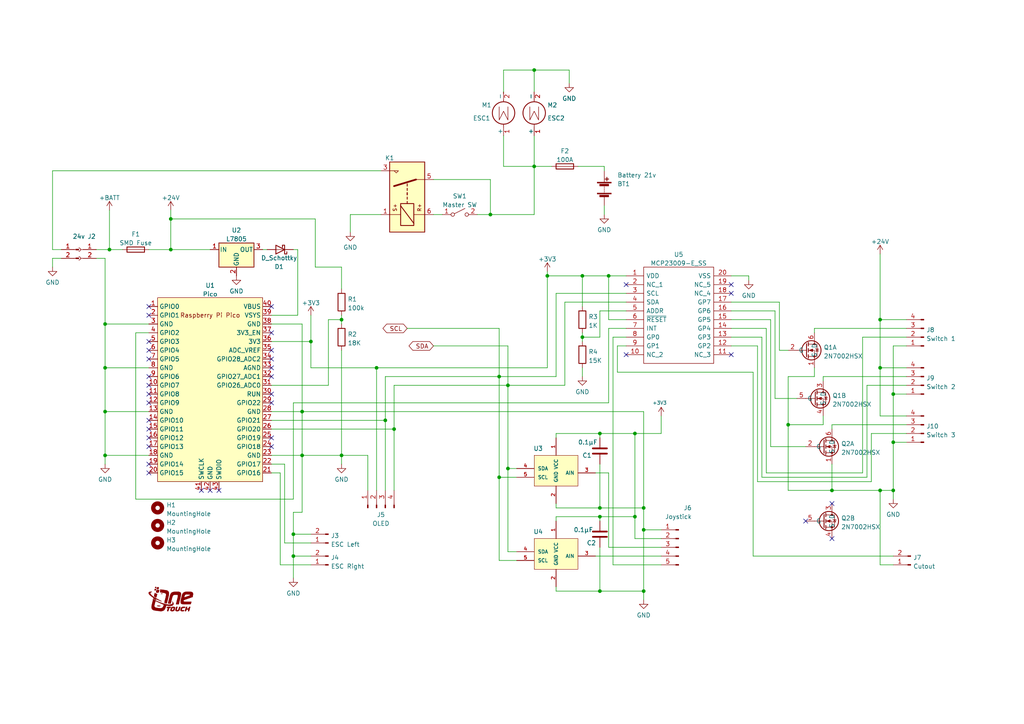
<source format=kicad_sch>
(kicad_sch (version 20211123) (generator eeschema)
  (paper "A4")
  (lib_symbols
    (symbol "2N7002HSX_1"
      (property "Reference" "Q" (at 5.08 1.905 0))
      (property "Value" "2N7002HSX_1" (at 5.08 5.08 0))
      (symbol "2N7002HSX_1_1_1"
        (pin passive line (at 2.54 -5.08 90) (length 2.54) (name "S") (number "1"))
        (pin input line (at -5.08 0 0) (length 2.54) (name "G") (number "2"))
        (pin passive line (at 2.54 5.08 270) (length 2.54) (name "D") (number "6"))
      )
      (symbol "2N7002HSX_1_2_1"
        (pin passive line (at 2.54 5.08 270) (length 2.54) (name "D") (number "3"))
        (pin passive line (at 2.54 -5.08 90) (length 2.54) (name "S") (number "4"))
        (pin input line (at -5.08 0 0) (length 2.54) (name "G") (number "5"))
      )
    )
    (symbol "2N7002HSX_2"
      (property "Reference" "Q" (at 5.08 1.905 0))
      (property "Value" "2N7002HSX_2" (at 5.08 5.08 0))
      (symbol "2N7002HSX_2_1_1"
        (pin passive line (at 2.54 -5.08 90) (length 2.54) (name "S") (number "1"))
        (pin input line (at -5.08 0 0) (length 2.54) (name "G") (number "2"))
        (pin passive line (at 2.54 5.08 270) (length 2.54) (name "D") (number "6"))
      )
      (symbol "2N7002HSX_2_2_1"
        (pin passive line (at 2.54 5.08 270) (length 2.54) (name "D") (number "3"))
        (pin passive line (at 2.54 -5.08 90) (length 2.54) (name "S") (number "4"))
        (pin input line (at -5.08 0 0) (length 2.54) (name "G") (number "5"))
      )
    )
    (symbol "Connector:Conn_01x02_Female" (pin_names (offset 1.016) hide)
      (property "Reference" "J" (at 0 2.54 0))
      (property "Value" "Conn_01x02_Female" (at 0 -5.08 0))
      (symbol "Conn_01x02_Female_1_1"
        (pin power_in line (at -5.08 0 0) (length 3.81) (name "Pin_1") (number "1"))
        (pin power_in line (at -5.08 -2.54 0) (length 3.81) (name "Pin_2") (number "2"))
      )
    )
    (symbol "Connector:Conn_01x02_Male" (pin_names (offset 1.016) hide)
      (property "Reference" "J" (at 0 2.54 0))
      (property "Value" "Conn_01x02_Male" (at 0 -5.08 0))
      (symbol "Conn_01x02_Male_1_1"
        (pin passive line (at 5.08 0 180) (length 3.81) (name "Pin_1") (number "1"))
        (pin passive line (at 5.08 -2.54 180) (length 3.81) (name "Pin_2") (number "2"))
      )
    )
    (symbol "Connector:Conn_01x04_Male" (pin_names (offset 1.016) hide)
      (property "Reference" "J" (at 0 5.08 0))
      (property "Value" "Conn_01x04_Male" (at 0 -7.62 0))
      (symbol "Conn_01x04_Male_1_1"
        (pin passive line (at 5.08 2.54 180) (length 3.81) (name "Pin_1") (number "1"))
        (pin passive line (at 5.08 0 180) (length 3.81) (name "Pin_2") (number "2"))
        (pin passive line (at 5.08 -2.54 180) (length 3.81) (name "Pin_3") (number "3"))
        (pin passive line (at 5.08 -5.08 180) (length 3.81) (name "Pin_4") (number "4"))
      )
    )
    (symbol "Connector:Conn_01x05_Male" (pin_names (offset 1.016) hide)
      (property "Reference" "J" (at 0 7.62 0))
      (property "Value" "Conn_01x05_Male" (at 0 -7.62 0))
      (symbol "Conn_01x05_Male_1_1"
        (pin passive line (at 5.08 5.08 180) (length 3.81) (name "Pin_1") (number "1"))
        (pin passive line (at 5.08 2.54 180) (length 3.81) (name "Pin_2") (number "2"))
        (pin passive line (at 5.08 0 180) (length 3.81) (name "Pin_3") (number "3"))
        (pin passive line (at 5.08 -2.54 180) (length 3.81) (name "Pin_4") (number "4"))
        (pin passive line (at 5.08 -5.08 180) (length 3.81) (name "Pin_5") (number "5"))
      )
    )
    (symbol "Device:Battery" (pin_numbers hide) (pin_names (offset 0) hide)
      (property "Reference" "BT" (at 2.54 2.54 0))
      (property "Value" "Battery" (at 2.54 0 0))
      (symbol "Battery_1_1"
        (pin passive line (at 0 5.08 270) (length 2.54) (name "+") (number "1"))
        (pin passive line (at 0 -5.08 90) (length 2.54) (name "-") (number "2"))
      )
    )
    (symbol "Device:C" (pin_numbers hide) (pin_names (offset 0.254))
      (property "Reference" "C" (at 0.635 2.54 0))
      (property "Value" "C" (at 0.635 -2.54 0))
      (symbol "C_1_1"
        (pin passive line (at 0 3.81 270) (length 2.794) (name "~") (number "1"))
        (pin passive line (at 0 -3.81 90) (length 2.794) (name "~") (number "2"))
      )
    )
    (symbol "Device:D_Schottky" (pin_numbers hide) (pin_names (offset 1.016) hide)
      (property "Reference" "D" (at 0 2.54 0))
      (property "Value" "D_Schottky" (at 0 -2.54 0))
      (symbol "D_Schottky_1_1"
        (pin power_out line (at -3.81 0 0) (length 2.54) (name "K") (number "1"))
        (pin passive line (at 3.81 0 180) (length 2.54) (name "A") (number "2"))
      )
    )
    (symbol "Device:Fuse" (pin_numbers hide) (pin_names (offset 0))
      (property "Reference" "F" (at 2.032 0 90))
      (property "Value" "Fuse" (at -1.905 0 90))
      (symbol "Fuse_1_1"
        (pin passive line (at 0 3.81 270) (length 1.27) (name "~") (number "1"))
        (pin passive line (at 0 -3.81 90) (length 1.27) (name "~") (number "2"))
      )
    )
    (symbol "Device:R" (pin_numbers hide) (pin_names (offset 0))
      (property "Reference" "R" (at 2.032 0 90))
      (property "Value" "R" (at 0 0 90))
      (symbol "R_1_1"
        (pin passive line (at 0 3.81 270) (length 1.27) (name "~") (number "1"))
        (pin passive line (at 0 -3.81 90) (length 1.27) (name "~") (number "2"))
      )
    )
    (symbol "GND_1" (power) (pin_names (offset 0))
      (property "Value" "GND_1" (at 0 -4.4434 0))
      (symbol "GND_1_1_1"
        (pin power_out line (at 0 0 270) (length 0) hide (name "GND") (number "1"))
      )
    )
    (symbol "MCP23009-E_SS:MCP23009-E_SS" (pin_names (offset 0.762))
      (property "Reference" "IC" (at 26.67 7.62 0))
      (property "Value" "MCP23009-E_SS" (at 26.67 5.08 0))
      (symbol "MCP23009-E_SS_0_0"
        (pin passive line (at 0 0 0) (length 5.08) (name "VDD") (number "1"))
        (pin passive line (at 0 -22.86 0) (length 5.08) (name "NC_2") (number "10"))
        (pin passive line (at 30.48 -22.86 180) (length 5.08) (name "NC_3") (number "11"))
        (pin passive line (at 30.48 -20.32 180) (length 5.08) (name "GP2") (number "12"))
        (pin passive line (at 30.48 -17.78 180) (length 5.08) (name "GP3") (number "13"))
        (pin passive line (at 30.48 -15.24 180) (length 5.08) (name "GP4") (number "14"))
        (pin passive line (at 30.48 -12.7 180) (length 5.08) (name "GP5") (number "15"))
        (pin passive line (at 30.48 -10.16 180) (length 5.08) (name "GP6") (number "16"))
        (pin passive line (at 30.48 -7.62 180) (length 5.08) (name "GP7") (number "17"))
        (pin passive line (at 30.48 -5.08 180) (length 5.08) (name "NC_4") (number "18"))
        (pin passive line (at 30.48 -2.54 180) (length 5.08) (name "NC_5") (number "19"))
        (pin passive line (at 0 -2.54 0) (length 5.08) (name "NC_1") (number "2"))
        (pin passive line (at 30.48 0 180) (length 5.08) (name "VSS") (number "20"))
        (pin passive line (at 0 -5.08 0) (length 5.08) (name "SCL") (number "3"))
        (pin passive line (at 0 -7.62 0) (length 5.08) (name "SDA") (number "4"))
        (pin passive line (at 0 -10.16 0) (length 5.08) (name "ADDR") (number "5"))
        (pin passive line (at 0 -12.7 0) (length 5.08) (name "~{RESET}") (number "6"))
        (pin passive line (at 0 -15.24 0) (length 5.08) (name "INT") (number "7"))
        (pin passive line (at 0 -17.78 0) (length 5.08) (name "GP0") (number "8"))
        (pin passive line (at 0 -20.32 0) (length 5.08) (name "GP1") (number "9"))
      )
    )
    (symbol "MCP3021:MCP3021" (pin_names (offset 1.016))
      (symbol "MCP3021_0_0"
        (pin power_in line (at -6.35 8.89 270) (length 5.08) (name "VCC") (number "1"))
        (pin power_in line (at -6.35 -10.16 90) (length 5.08) (name "GND") (number "2"))
        (pin input line (at -17.78 -1.27 0) (length 5.08) (name "AIN") (number "3"))
        (pin bidirectional line (at 5.08 0 180) (length 5.08) (name "SDA") (number "4"))
        (pin bidirectional line (at 5.08 -2.54 180) (length 5.08) (name "SCL") (number "5"))
      )
    )
    (symbol "MCP3021_1" (pin_names (offset 1.016))
      (symbol "MCP3021_1_0_0"
        (pin power_in line (at -6.35 8.89 270) (length 5.08) (name "VCC") (number "1"))
        (pin power_in line (at -6.35 -10.16 90) (length 5.08) (name "GND") (number "2"))
        (pin input line (at -17.78 -1.27 0) (length 5.08) (name "AIN") (number "3"))
        (pin bidirectional line (at 5.08 0 180) (length 5.08) (name "SDA") (number "4"))
        (pin bidirectional line (at 5.08 -2.54 180) (length 5.08) (name "SCL") (number "5"))
      )
    )
    (symbol "MCU_RaspberryPi_and_Boards:Pico"
      (property "Reference" "U" (at -13.97 27.94 0))
      (property "Value" "Pico" (at 0 19.05 0))
      (symbol "Pico_0_0"
        (text "Raspberry Pi Pico" (at 0 21.59 0) (effects (font (size 1.27 1.27))))
      )
      (symbol "Pico_1_1"
        (pin bidirectional line (at -17.78 24.13 0) (length 2.54) (name "GPIO0") (number "1"))
        (pin bidirectional line (at -17.78 1.27 0) (length 2.54) (name "GPIO7") (number "10"))
        (pin bidirectional line (at -17.78 -1.27 0) (length 2.54) (name "GPIO8") (number "11"))
        (pin bidirectional line (at -17.78 -3.81 0) (length 2.54) (name "GPIO9") (number "12"))
        (pin power_in line (at -17.78 -6.35 0) (length 2.54) (name "GND") (number "13"))
        (pin bidirectional line (at -17.78 -8.89 0) (length 2.54) (name "GPIO10") (number "14"))
        (pin bidirectional line (at -17.78 -11.43 0) (length 2.54) (name "GPIO11") (number "15"))
        (pin bidirectional line (at -17.78 -13.97 0) (length 2.54) (name "GPIO12") (number "16"))
        (pin bidirectional line (at -17.78 -16.51 0) (length 2.54) (name "GPIO13") (number "17"))
        (pin power_in line (at -17.78 -19.05 0) (length 2.54) (name "GND") (number "18"))
        (pin bidirectional line (at -17.78 -21.59 0) (length 2.54) (name "GPIO14") (number "19"))
        (pin bidirectional line (at -17.78 21.59 0) (length 2.54) (name "GPIO1") (number "2"))
        (pin bidirectional line (at -17.78 -24.13 0) (length 2.54) (name "GPIO15") (number "20"))
        (pin bidirectional line (at 17.78 -24.13 180) (length 2.54) (name "GPIO16") (number "21"))
        (pin bidirectional line (at 17.78 -21.59 180) (length 2.54) (name "GPIO17") (number "22"))
        (pin power_in line (at 17.78 -19.05 180) (length 2.54) (name "GND") (number "23"))
        (pin bidirectional line (at 17.78 -16.51 180) (length 2.54) (name "GPIO18") (number "24"))
        (pin bidirectional line (at 17.78 -13.97 180) (length 2.54) (name "GPIO19") (number "25"))
        (pin bidirectional line (at 17.78 -11.43 180) (length 2.54) (name "GPIO20") (number "26"))
        (pin bidirectional line (at 17.78 -8.89 180) (length 2.54) (name "GPIO21") (number "27"))
        (pin power_in line (at 17.78 -6.35 180) (length 2.54) (name "GND") (number "28"))
        (pin bidirectional line (at 17.78 -3.81 180) (length 2.54) (name "GPIO22") (number "29"))
        (pin power_in line (at -17.78 19.05 0) (length 2.54) (name "GND") (number "3"))
        (pin input line (at 17.78 -1.27 180) (length 2.54) (name "RUN") (number "30"))
        (pin bidirectional line (at 17.78 1.27 180) (length 2.54) (name "GPIO26_ADC0") (number "31"))
        (pin bidirectional line (at 17.78 3.81 180) (length 2.54) (name "GPIO27_ADC1") (number "32"))
        (pin power_in line (at 17.78 6.35 180) (length 2.54) (name "AGND") (number "33"))
        (pin bidirectional line (at 17.78 8.89 180) (length 2.54) (name "GPIO28_ADC2") (number "34"))
        (pin power_in line (at 17.78 11.43 180) (length 2.54) (name "ADC_VREF") (number "35"))
        (pin power_out line (at 17.78 13.97 180) (length 2.54) (name "3V3") (number "36"))
        (pin input line (at 17.78 16.51 180) (length 2.54) (name "3V3_EN") (number "37"))
        (pin bidirectional line (at 17.78 19.05 180) (length 2.54) (name "GND") (number "38"))
        (pin power_in line (at 17.78 21.59 180) (length 2.54) (name "VSYS") (number "39"))
        (pin bidirectional line (at -17.78 16.51 0) (length 2.54) (name "GPIO2") (number "4"))
        (pin power_in line (at 17.78 24.13 180) (length 2.54) (name "VBUS") (number "40"))
        (pin input line (at -2.54 -29.21 90) (length 2.54) (name "SWCLK") (number "41"))
        (pin power_in line (at 0 -29.21 90) (length 2.54) (name "GND") (number "42"))
        (pin bidirectional line (at 2.54 -29.21 90) (length 2.54) (name "SWDIO") (number "43"))
        (pin bidirectional line (at -17.78 13.97 0) (length 2.54) (name "GPIO3") (number "5"))
        (pin bidirectional line (at -17.78 11.43 0) (length 2.54) (name "GPIO4") (number "6"))
        (pin bidirectional line (at -17.78 8.89 0) (length 2.54) (name "GPIO5") (number "7"))
        (pin power_in line (at -17.78 6.35 0) (length 2.54) (name "GND") (number "8"))
        (pin bidirectional line (at -17.78 3.81 0) (length 2.54) (name "GPIO6") (number "9"))
      )
    )
    (symbol "Mechanical:MountingHole" (pin_names (offset 1.016))
      (property "Reference" "H" (at 0 5.08 0))
      (property "Value" "MountingHole" (at 0 3.175 0))
    )
    (symbol "Motor:Motor_DC" (pin_names (offset 0))
      (property "Reference" "M" (at 2.54 2.54 0))
      (property "Value" "Motor_DC" (at 2.54 -5.08 0))
      (symbol "Motor_DC_1_1"
        (pin passive line (at 0 5.08 270) (length 2.54) (name "+") (number "1"))
        (pin passive line (at 0 -7.62 90) (length 2.54) (name "-") (number "2"))
      )
    )
    (symbol "Regulator_Linear:L7805" (pin_names (offset 0.254))
      (property "Reference" "U" (at -3.81 3.175 0))
      (property "Value" "L7805" (at 0 3.175 0))
      (symbol "L7805_1_1"
        (pin power_in line (at -7.62 0 0) (length 2.54) (name "IN") (number "1"))
        (pin power_in line (at 0 -7.62 90) (length 2.54) (name "GND") (number "2"))
        (pin power_out line (at 7.62 0 180) (length 2.54) (name "OUT") (number "3"))
      )
    )
    (symbol "Relay:ADW11"
      (property "Reference" "K" (at 11.43 3.81 0))
      (property "Value" "ADW11" (at 13.97 1.27 0))
      (symbol "ADW11_1_1"
        (text "R+" (at -3.048 -3.556 0) (effects (font (size 1.016 1.016))))
        (text "S+" (at -3.048 3.556 0) (effects (font (size 1.016 1.016))))
        (pin passive line (at -5.08 7.62 270) (length 2.54) (name "~") (number "1"))
        (pin power_out line (at 7.62 7.62 270) (length 2.54) (name "~") (number "3"))
        (pin passive line (at 5.08 -7.62 90) (length 2.54) (name "~") (number "5"))
        (pin passive line (at -5.08 -7.62 90) (length 2.54) (name "~") (number "6"))
      )
    )
    (symbol "Switch:SW_SPST" (pin_names (offset 0) hide)
      (property "Reference" "SW" (at 0 3.175 0))
      (property "Value" "SW_SPST" (at 0 -2.54 0))
      (symbol "SW_SPST_1_1"
        (pin passive line (at -5.08 0 0) (length 2.54) (name "A") (number "1"))
        (pin passive line (at 5.08 0 180) (length 2.54) (name "B") (number "2"))
      )
    )
    (symbol "Transistor_FET:2N7002HSX"
      (property "Reference" "Q" (at 5.08 1.905 0))
      (property "Value" "2N7002HSX" (at 5.08 5.08 0))
      (symbol "2N7002HSX_1_1"
        (pin passive line (at 2.54 -5.08 90) (length 2.54) (name "S") (number "1"))
        (pin input line (at -5.08 0 0) (length 2.54) (name "G") (number "2"))
        (pin passive line (at 2.54 5.08 270) (length 2.54) (name "D") (number "6"))
      )
      (symbol "2N7002HSX_2_1"
        (pin passive line (at 2.54 5.08 270) (length 2.54) (name "D") (number "3"))
        (pin passive line (at 2.54 -5.08 90) (length 2.54) (name "S") (number "4"))
        (pin input line (at -5.08 0 0) (length 2.54) (name "G") (number "5"))
      )
    )
    (symbol "onetouchlogo:LOGO" (pin_names (offset 1.016)))
    (symbol "power:+24V" (power) (pin_names (offset 0))
      (property "Value" "+24V" (at 0 3.556 0))
      (symbol "+24V_1_1"
        (pin power_in line (at 0 0 90) (length 0) hide (name "+24V") (number "1"))
      )
    )
    (symbol "power:+3V3" (power) (pin_names (offset 0))
      (property "Value" "+3V3" (at 0 3.556 0))
      (symbol "+3V3_1_1"
        (pin power_in line (at 0 0 90) (length 0) hide (name "+3V3") (number "1"))
      )
    )
    (symbol "power:+BATT" (power) (pin_names (offset 0))
      (property "Value" "+BATT" (at 0 3.556 0))
      (symbol "+BATT_1_1"
        (pin power_in line (at 0 0 90) (length 0) hide (name "+BATT") (number "1"))
      )
    )
    (symbol "power:GND" (power) (pin_names (offset 0))
      (property "Value" "GND" (at 0 -3.81 0))
      (symbol "GND_1_1"
        (pin power_in line (at 0 0 270) (length 0) hide (name "GND") (number "1"))
      )
    )
  )
  (junction (at 168.91 97.79))
  (junction (at 114.3 124.46))
  (junction (at 173.99 147.32))
  (junction (at 111.76 121.92))
  (junction (at 85.09 154.94))
  (junction (at 259.08 142.24))
  (junction (at 109.22 106.68))
  (junction (at 49.53 72.39))
  (junction (at 30.48 119.38))
  (junction (at 241.3 142.24))
  (junction (at 158.75 80.01))
  (junction (at 173.99 171.45))
  (junction (at 173.99 125.73))
  (junction (at 154.94 48.26))
  (junction (at 87.63 132.08))
  (junction (at 85.09 161.29))
  (junction (at 31.75 72.39))
  (junction (at 147.32 135.89))
  (junction (at 99.06 92.71))
  (junction (at 186.69 171.45))
  (junction (at 30.48 106.68))
  (junction (at 90.17 99.06))
  (junction (at 184.15 149.86))
  (junction (at 259.08 114.3))
  (junction (at 184.15 125.73))
  (junction (at 176.53 80.01))
  (junction (at 173.99 149.86))
  (junction (at 255.27 106.68))
  (junction (at 228.6 123.19))
  (junction (at 30.48 132.08))
  (junction (at 186.69 153.67))
  (junction (at 144.78 109.22))
  (junction (at 142.24 62.23))
  (junction (at 186.69 147.32))
  (junction (at 147.32 111.76))
  (junction (at 154.94 20.32))
  (junction (at 255.27 92.71))
  (junction (at 99.06 132.08))
  (junction (at 168.91 80.01))
  (junction (at 87.63 119.38))
  (junction (at 255.27 142.24))
  (junction (at 30.48 93.98))
  (junction (at 49.53 63.5))
  (junction (at 144.78 138.43))
  (junction (at 259.08 128.27))
  (no_connect (at 212.09 102.87))
  (no_connect (at 212.09 85.09))
  (no_connect (at 212.09 82.55))
  (no_connect (at 181.61 82.55))
  (no_connect (at 181.61 102.87))
  (no_connect (at 43.18 88.9))
  (no_connect (at 78.74 104.14))
  (no_connect (at 78.74 129.54))
  (no_connect (at 78.74 116.84))
  (no_connect (at 43.18 91.44))
  (no_connect (at 58.42 142.24))
  (no_connect (at 60.96 142.24))
  (no_connect (at 63.5 142.24))
  (no_connect (at 43.18 137.16))
  (no_connect (at 43.18 129.54))
  (no_connect (at 43.18 127))
  (no_connect (at 43.18 121.92))
  (no_connect (at 43.18 124.46))
  (no_connect (at 43.18 134.62))
  (no_connect (at 78.74 101.6))
  (no_connect (at 78.74 106.68))
  (no_connect (at 78.74 96.52))
  (no_connect (at 78.74 114.3))
  (no_connect (at 78.74 88.9))
  (no_connect (at 43.18 116.84))
  (no_connect (at 43.18 109.22))
  (no_connect (at 43.18 111.76))
  (no_connect (at 43.18 114.3))
  (no_connect (at 43.18 104.14))
  (no_connect (at 43.18 101.6))
  (no_connect (at 43.18 99.06))
  (no_connect (at 241.3 156.21))
  (no_connect (at 241.3 146.05))
  (no_connect (at 233.68 151.13))
  (no_connect (at 78.74 127))
  (no_connect (at 78.74 109.22))
  (wire (pts (xy 241.3 123.19) (xy 262.89 123.19)))
  (wire (pts (xy 78.74 134.62) (xy 82.55 134.62)))
  (wire (pts (xy 255.27 106.68) (xy 255.27 92.71)))
  (wire (pts (xy 173.99 90.17) (xy 173.99 97.79)))
  (wire (pts (xy 85.09 72.39) (xy 86.36 72.39)))
  (wire (pts (xy 173.99 158.75) (xy 173.99 171.45)))
  (wire (pts (xy 228.6 123.19) (xy 228.6 142.24)))
  (wire (pts (xy 78.74 124.46) (xy 114.3 124.46)))
  (wire (pts (xy 86.36 91.44) (xy 78.74 91.44)))
  (wire (pts (xy 99.06 91.44) (xy 99.06 92.71)))
  (wire (pts (xy 154.94 20.32) (xy 165.1 20.32)))
  (wire (pts (xy 49.53 72.39) (xy 60.96 72.39)))
  (wire (pts (xy 82.55 157.48) (xy 90.17 157.48)))
  (wire (pts (xy 111.76 142.24) (xy 111.76 121.92)))
  (wire (pts (xy 168.91 88.9) (xy 168.91 80.01)))
  (wire (pts (xy 114.3 142.24) (xy 114.3 124.46)))
  (wire (pts (xy 154.94 39.37) (xy 154.94 48.26)))
  (wire (pts (xy 179.07 100.33) (xy 179.07 107.95)))
  (wire (pts (xy 87.63 93.98) (xy 78.74 93.98)))
  (wire (pts (xy 99.06 92.71) (xy 99.06 93.98)))
  (wire (pts (xy 186.69 153.67) (xy 186.69 147.32)))
  (wire (pts (xy 219.71 139.7) (xy 219.71 100.33)))
  (wire (pts (xy 142.24 62.23) (xy 138.43 62.23)))
  (wire (pts (xy 85.09 154.94) (xy 85.09 161.29)))
  (wire (pts (xy 30.48 93.98) (xy 30.48 106.68)))
  (wire (pts (xy 259.08 114.3) (xy 259.08 128.27)))
  (wire (pts (xy 147.32 111.76) (xy 147.32 135.89)))
  (wire (pts (xy 154.94 20.32) (xy 154.94 26.67)))
  (wire (pts (xy 106.68 142.24) (xy 106.68 132.08)))
  (wire (pts (xy 78.74 137.16) (xy 81.28 137.16)))
  (wire (pts (xy 146.05 48.26) (xy 154.94 48.26)))
  (wire (pts (xy 30.48 134.62) (xy 30.48 132.08)))
  (wire (pts (xy 217.17 81.28) (xy 217.17 80.01)))
  (wire (pts (xy 262.89 106.68) (xy 255.27 106.68)))
  (wire (pts (xy 262.89 100.33) (xy 259.08 100.33)))
  (wire (pts (xy 173.99 147.32) (xy 186.69 147.32)))
  (wire (pts (xy 168.91 80.01) (xy 176.53 80.01)))
  (wire (pts (xy 31.75 60.96) (xy 31.75 72.39)))
  (wire (pts (xy 99.06 101.6) (xy 99.06 132.08)))
  (wire (pts (xy 49.53 63.5) (xy 49.53 72.39)))
  (wire (pts (xy 49.53 60.96) (xy 49.53 63.5)))
  (wire (pts (xy 95.25 92.71) (xy 99.06 92.71)))
  (wire (pts (xy 173.99 134.62) (xy 173.99 147.32)))
  (wire (pts (xy 262.89 114.3) (xy 259.08 114.3)))
  (wire (pts (xy 173.99 171.45) (xy 186.69 171.45)))
  (wire (pts (xy 87.63 93.98) (xy 87.63 119.38)))
  (wire (pts (xy 87.63 148.59) (xy 87.63 132.08)))
  (wire (pts (xy 39.37 96.52) (xy 43.18 96.52)))
  (wire (pts (xy 43.18 72.39) (xy 49.53 72.39)))
  (wire (pts (xy 90.17 91.44) (xy 90.17 99.06)))
  (wire (pts (xy 191.77 158.75) (xy 176.53 158.75)))
  (wire (pts (xy 220.98 97.79) (xy 212.09 97.79)))
  (wire (pts (xy 218.44 107.95) (xy 218.44 161.29)))
  (wire (pts (xy 191.77 156.21) (xy 184.15 156.21)))
  (wire (pts (xy 241.3 142.24) (xy 255.27 142.24)))
  (wire (pts (xy 173.99 125.73) (xy 184.15 125.73)))
  (wire (pts (xy 85.09 116.84) (xy 85.09 144.78)))
  (wire (pts (xy 212.09 87.63) (xy 226.06 87.63)))
  (wire (pts (xy 146.05 26.67) (xy 146.05 20.32)))
  (wire (pts (xy 76.2 72.39) (xy 77.47 72.39)))
  (wire (pts (xy 125.73 62.23) (xy 128.27 62.23)))
  (wire (pts (xy 259.08 142.24) (xy 259.08 128.27)))
  (wire (pts (xy 147.32 111.76) (xy 163.83 111.76)))
  (wire (pts (xy 176.53 116.84) (xy 176.53 95.25)))
  (wire (pts (xy 168.91 96.52) (xy 168.91 97.79)))
  (wire (pts (xy 191.77 120.65) (xy 191.77 125.73)))
  (wire (pts (xy 181.61 100.33) (xy 179.07 100.33)))
  (wire (pts (xy 161.29 85.09) (xy 181.61 85.09)))
  (wire (pts (xy 85.09 154.94) (xy 85.09 148.59)))
  (wire (pts (xy 144.78 109.22) (xy 144.78 138.43)))
  (wire (pts (xy 186.69 153.67) (xy 191.77 153.67)))
  (wire (pts (xy 30.48 106.68) (xy 30.48 119.38)))
  (wire (pts (xy 161.29 127) (xy 161.29 125.73)))
  (wire (pts (xy 181.61 87.63) (xy 163.83 87.63)))
  (wire (pts (xy 179.07 107.95) (xy 218.44 107.95)))
  (wire (pts (xy 219.71 100.33) (xy 212.09 100.33)))
  (wire (pts (xy 250.19 97.79) (xy 262.89 97.79)))
  (wire (pts (xy 175.26 48.26) (xy 175.26 49.53)))
  (wire (pts (xy 39.37 144.78) (xy 39.37 96.52)))
  (wire (pts (xy 15.24 72.39) (xy 15.24 49.53)))
  (wire (pts (xy 161.29 171.45) (xy 173.99 171.45)))
  (wire (pts (xy 30.48 119.38) (xy 43.18 119.38)))
  (wire (pts (xy 228.6 142.24) (xy 241.3 142.24)))
  (wire (pts (xy 165.1 20.32) (xy 165.1 24.13)))
  (wire (pts (xy 228.6 109.22) (xy 228.6 123.19)))
  (wire (pts (xy 147.32 100.33) (xy 147.32 111.76)))
  (wire (pts (xy 186.69 171.45) (xy 186.69 153.67)))
  (wire (pts (xy 111.76 121.92) (xy 111.76 109.22)))
  (wire (pts (xy 27.94 72.39) (xy 31.75 72.39)))
  (wire (pts (xy 144.78 138.43) (xy 149.86 138.43)))
  (wire (pts (xy 212.09 95.25) (xy 222.25 95.25)))
  (wire (pts (xy 220.98 138.43) (xy 220.98 97.79)))
  (wire (pts (xy 149.86 162.56) (xy 144.78 162.56)))
  (wire (pts (xy 177.8 163.83) (xy 177.8 97.79)))
  (wire (pts (xy 255.27 92.71) (xy 262.89 92.71)))
  (wire (pts (xy 222.25 95.25) (xy 222.25 137.16)))
  (wire (pts (xy 30.48 119.38) (xy 30.48 132.08)))
  (wire (pts (xy 173.99 97.79) (xy 168.91 97.79)))
  (wire (pts (xy 154.94 48.26) (xy 160.02 48.26)))
  (wire (pts (xy 147.32 135.89) (xy 147.32 160.02)))
  (wire (pts (xy 231.14 115.57) (xy 224.79 115.57)))
  (wire (pts (xy 154.94 48.26) (xy 154.94 62.23)))
  (wire (pts (xy 223.52 92.71) (xy 223.52 129.54)))
  (wire (pts (xy 90.17 106.68) (xy 109.22 106.68)))
  (wire (pts (xy 142.24 62.23) (xy 154.94 62.23)))
  (wire (pts (xy 17.78 72.39) (xy 15.24 72.39)))
  (wire (pts (xy 146.05 20.32) (xy 154.94 20.32)))
  (wire (pts (xy 222.25 137.16) (xy 250.19 137.16)))
  (wire (pts (xy 78.74 119.38) (xy 87.63 119.38)))
  (wire (pts (xy 81.28 163.83) (xy 90.17 163.83)))
  (wire (pts (xy 228.6 123.19) (xy 238.76 123.19)))
  (wire (pts (xy 109.22 106.68) (xy 158.75 106.68)))
  (wire (pts (xy 191.77 125.73) (xy 184.15 125.73)))
  (wire (pts (xy 259.08 161.29) (xy 218.44 161.29)))
  (wire (pts (xy 78.74 132.08) (xy 87.63 132.08)))
  (wire (pts (xy 181.61 92.71) (xy 176.53 92.71)))
  (wire (pts (xy 161.29 149.86) (xy 173.99 149.86)))
  (wire (pts (xy 146.05 39.37) (xy 146.05 48.26)))
  (wire (pts (xy 176.53 95.25) (xy 181.61 95.25)))
  (wire (pts (xy 95.25 111.76) (xy 95.25 92.71)))
  (wire (pts (xy 168.91 97.79) (xy 168.91 99.06)))
  (wire (pts (xy 85.09 167.64) (xy 85.09 161.29)))
  (wire (pts (xy 109.22 106.68) (xy 109.22 142.24)))
  (wire (pts (xy 236.22 96.52) (xy 236.22 95.25)))
  (wire (pts (xy 238.76 110.49) (xy 238.76 109.22)))
  (wire (pts (xy 125.73 100.33) (xy 147.32 100.33)))
  (wire (pts (xy 114.3 111.76) (xy 147.32 111.76)))
  (wire (pts (xy 142.24 52.07) (xy 142.24 62.23)))
  (wire (pts (xy 186.69 171.45) (xy 186.69 173.99)))
  (wire (pts (xy 27.94 74.93) (xy 30.48 74.93)))
  (wire (pts (xy 173.99 149.86) (xy 184.15 149.86)))
  (wire (pts (xy 241.3 124.46) (xy 241.3 123.19)))
  (wire (pts (xy 87.63 119.38) (xy 87.63 132.08)))
  (wire (pts (xy 30.48 106.68) (xy 43.18 106.68)))
  (wire (pts (xy 217.17 80.01) (xy 212.09 80.01)))
  (wire (pts (xy 111.76 109.22) (xy 144.78 109.22)))
  (wire (pts (xy 176.53 158.75) (xy 176.53 137.16)))
  (wire (pts (xy 161.29 147.32) (xy 161.29 146.05)))
  (wire (pts (xy 212.09 90.17) (xy 224.79 90.17)))
  (wire (pts (xy 149.86 160.02) (xy 147.32 160.02)))
  (wire (pts (xy 85.09 148.59) (xy 87.63 148.59)))
  (wire (pts (xy 161.29 109.22) (xy 161.29 85.09)))
  (wire (pts (xy 176.53 116.84) (xy 85.09 116.84)))
  (wire (pts (xy 168.91 106.68) (xy 168.91 109.22)))
  (wire (pts (xy 186.69 119.38) (xy 186.69 147.32)))
  (wire (pts (xy 30.48 132.08) (xy 43.18 132.08)))
  (wire (pts (xy 172.72 161.29) (xy 191.77 161.29)))
  (wire (pts (xy 252.73 139.7) (xy 252.73 125.73)))
  (wire (pts (xy 161.29 170.18) (xy 161.29 171.45)))
  (wire (pts (xy 106.68 132.08) (xy 99.06 132.08)))
  (wire (pts (xy 85.09 144.78) (xy 39.37 144.78)))
  (wire (pts (xy 99.06 132.08) (xy 87.63 132.08)))
  (wire (pts (xy 255.27 120.65) (xy 255.27 106.68)))
  (wire (pts (xy 78.74 99.06) (xy 90.17 99.06)))
  (wire (pts (xy 176.53 80.01) (xy 181.61 80.01)))
  (wire (pts (xy 250.19 137.16) (xy 250.19 97.79)))
  (wire (pts (xy 228.6 101.6) (xy 226.06 101.6)))
  (wire (pts (xy 252.73 125.73) (xy 262.89 125.73)))
  (wire (pts (xy 85.09 161.29) (xy 90.17 161.29)))
  (wire (pts (xy 226.06 101.6) (xy 226.06 87.63)))
  (wire (pts (xy 241.3 134.62) (xy 241.3 142.24)))
  (wire (pts (xy 167.64 48.26) (xy 175.26 48.26)))
  (wire (pts (xy 86.36 72.39) (xy 86.36 91.44)))
  (wire (pts (xy 30.48 74.93) (xy 30.48 93.98)))
  (wire (pts (xy 255.27 142.24) (xy 259.08 142.24)))
  (wire (pts (xy 163.83 87.63) (xy 163.83 111.76)))
  (wire (pts (xy 91.44 77.47) (xy 91.44 63.5)))
  (wire (pts (xy 181.61 90.17) (xy 173.99 90.17)))
  (wire (pts (xy 236.22 95.25) (xy 262.89 95.25)))
  (wire (pts (xy 223.52 129.54) (xy 233.68 129.54)))
  (wire (pts (xy 219.71 139.7) (xy 252.73 139.7)))
  (wire (pts (xy 144.78 109.22) (xy 161.29 109.22)))
  (wire (pts (xy 236.22 106.68) (xy 236.22 109.22)))
  (wire (pts (xy 251.46 138.43) (xy 251.46 111.76)))
  (wire (pts (xy 259.08 100.33) (xy 259.08 114.3)))
  (wire (pts (xy 259.08 144.78) (xy 259.08 142.24)))
  (wire (pts (xy 31.75 72.39) (xy 35.56 72.39)))
  (wire (pts (xy 81.28 137.16) (xy 81.28 163.83)))
  (wire (pts (xy 158.75 80.01) (xy 168.91 80.01)))
  (wire (pts (xy 238.76 109.22) (xy 262.89 109.22)))
  (wire (pts (xy 144.78 162.56) (xy 144.78 138.43)))
  (wire (pts (xy 144.78 95.25) (xy 144.78 109.22)))
  (wire (pts (xy 90.17 154.94) (xy 85.09 154.94)))
  (wire (pts (xy 78.74 121.92) (xy 111.76 121.92)))
  (wire (pts (xy 238.76 120.65) (xy 238.76 123.19)))
  (wire (pts (xy 191.77 163.83) (xy 177.8 163.83)))
  (wire (pts (xy 236.22 109.22) (xy 228.6 109.22)))
  (wire (pts (xy 125.73 52.07) (xy 142.24 52.07)))
  (wire (pts (xy 184.15 125.73) (xy 184.15 149.86)))
  (wire (pts (xy 172.72 137.16) (xy 176.53 137.16)))
  (wire (pts (xy 161.29 151.13) (xy 161.29 149.86)))
  (wire (pts (xy 220.98 138.43) (xy 251.46 138.43)))
  (wire (pts (xy 78.74 111.76) (xy 95.25 111.76)))
  (wire (pts (xy 149.86 135.89) (xy 147.32 135.89)))
  (wire (pts (xy 91.44 63.5) (xy 49.53 63.5)))
  (wire (pts (xy 212.09 92.71) (xy 223.52 92.71)))
  (wire (pts (xy 82.55 134.62) (xy 82.55 157.48)))
  (wire (pts (xy 176.53 92.71) (xy 176.53 80.01)))
  (wire (pts (xy 175.26 59.69) (xy 175.26 62.23)))
  (wire (pts (xy 158.75 106.68) (xy 158.75 80.01)))
  (wire (pts (xy 90.17 106.68) (xy 90.17 99.06)))
  (wire (pts (xy 177.8 97.79) (xy 181.61 97.79)))
  (wire (pts (xy 101.6 67.31) (xy 101.6 62.23)))
  (wire (pts (xy 173.99 149.86) (xy 173.99 151.13)))
  (wire (pts (xy 99.06 77.47) (xy 99.06 83.82)))
  (wire (pts (xy 15.24 74.93) (xy 15.24 77.47)))
  (wire (pts (xy 259.08 163.83) (xy 255.27 163.83)))
  (wire (pts (xy 101.6 62.23) (xy 110.49 62.23)))
  (wire (pts (xy 99.06 132.08) (xy 99.06 134.62)))
  (wire (pts (xy 262.89 120.65) (xy 255.27 120.65)))
  (wire (pts (xy 114.3 124.46) (xy 114.3 111.76)))
  (wire (pts (xy 259.08 128.27) (xy 262.89 128.27)))
  (wire (pts (xy 118.11 95.25) (xy 144.78 95.25)))
  (wire (pts (xy 161.29 125.73) (xy 173.99 125.73)))
  (wire (pts (xy 161.29 147.32) (xy 173.99 147.32)))
  (wire (pts (xy 30.48 93.98) (xy 43.18 93.98)))
  (wire (pts (xy 184.15 156.21) (xy 184.15 149.86)))
  (wire (pts (xy 255.27 163.83) (xy 255.27 142.24)))
  (wire (pts (xy 87.63 119.38) (xy 186.69 119.38)))
  (wire (pts (xy 173.99 125.73) (xy 173.99 127)))
  (wire (pts (xy 251.46 111.76) (xy 262.89 111.76)))
  (wire (pts (xy 158.75 78.74) (xy 158.75 80.01)))
  (wire (pts (xy 15.24 49.53) (xy 110.49 49.53)))
  (wire (pts (xy 224.79 90.17) (xy 224.79 115.57)))
  (wire (pts (xy 17.78 74.93) (xy 15.24 74.93)))
  (wire (pts (xy 99.06 77.47) (xy 91.44 77.47)))
  (wire (pts (xy 255.27 73.66) (xy 255.27 92.71)))
  (global_label "SCL" (shape bidirectional) (at 118.11 95.25 180) (property "Intersheet References" "${INTERSHEET_REFS}" (effects hide)))
  (global_label "SDA" (shape bidirectional) (at 125.73 100.33 180) (property "Intersheet References" "${INTERSHEET_REFS}" (effects hide)))
  (symbol (lib_id "power:GND") (at 101.6 67.31 0) (unit 1)
    (property "Reference" "#PWR09" (effects hide))
    (property "Value" "GND" (at 101.6 71.7534 0))
  )
  (symbol (lib_id "Connector:Conn_01x04_Male") (at 267.97 97.79 180) (unit 1)
    (property "Reference" "J8" (at 268.6812 95.6853 0) (effects (justify right)))
    (property "Value" "Switch 1" (at 268.6812 98.2222 0) (effects (justify right)))
    (property "Footprint" "Connector_Wire:SolderWire-0.1sqmm_1x04_P3.6mm_D0.4mm_OD1mm" (effects hide))
  )
  (symbol (lib_id "power:GND") (at 186.69 173.99 0) (unit 1)
    (property "Reference" "#PWR014" (effects hide))
    (property "Value" "GND" (at 186.69 178.4334 0))
  )
  (symbol (lib_id "MCU_RaspberryPi_and_Boards:Pico") (at 60.96 113.03 0) (unit 1)
    (property "Reference" "U1" (at 60.96 82.7872 0))
    (property "Value" "Pico" (at 60.96 85.3241 0))
    (property "Footprint" "MCU_RaspberryPi_and_Boards:RPi_Pico_SMD_TH" (effects hide))
    (property "Datasheet" "https://datasheets.raspberrypi.com/pico/pico-datasheet.pdf" (effects hide))
  )
  (symbol (lib_id "power:GND") (at 259.08 144.78 0) (unit 1)
    (property "Reference" "#PWR018" (effects hide))
    (property "Value" "GND" (at 259.08 149.2234 0))
  )
  (symbol (lib_id "Device:Fuse") (at 163.83 48.26 90) (unit 1) (on_board no)
    (property "Reference" "F2" (at 163.83 43.7982 90))
    (property "Value" "100A" (at 163.83 46.3351 90))
    (property "Footprint" "Resistor_SMD:R_0603_1608Metric_Pad0.98x0.95mm_HandSolder" (effects hide))
  )
  (symbol (lib_id "power:GND") (at 15.24 77.47 0) (unit 1)
    (property "Reference" "#PWR01" (effects hide))
    (property "Value" "GND" (at 15.24 81.9134 0))
  )
  (symbol (lib_id "power:GND") (at 175.26 62.23 0) (unit 1)
    (property "Reference" "#PWR013" (effects hide))
    (property "Value" "GND" (at 175.26 66.6734 0))
  )
  (symbol (lib_name "GND_1") (lib_id "power:GND") (at 99.06 134.62 0) (unit 1)
    (property "Reference" "#PWR08" (effects hide))
    (property "Value" "GND" (at 99.06 139.0634 0))
  )
  (symbol (lib_id "Motor:Motor_DC") (at 146.05 34.29 180) (unit 1) (on_board no)
    (property "Reference" "M1" (at 139.7 30.48 0) (effects (justify right)))
    (property "Value" "ESC1" (at 137.16 34.29 0) (effects (justify right)))
  )
  (symbol (lib_id "Device:D_Schottky") (at 81.28 72.39 180) (unit 1)
    (property "Reference" "D1" (at 80.9625 77.3598 0))
    (property "Value" "D_Schottky" (at 80.9625 74.8229 0))
    (property "Footprint" "smd:DO220AA" (effects hide))
  )
  (symbol (lib_id "Motor:Motor_DC") (at 154.94 34.29 180) (unit 1) (on_board no)
    (property "Reference" "M2" (at 158.75 30.48 0) (effects (justify right)))
    (property "Value" "ESC2" (at 158.75 34.29 0) (effects (justify right)))
  )
  (symbol (lib_id "Device:Fuse") (at 39.37 72.39 90) (unit 1)
    (property "Reference" "F1" (at 39.37 67.9282 90))
    (property "Value" "SMD Fuse" (at 39.37 70.4651 90))
    (property "Footprint" "Resistor_SMD:R_0603_1608Metric_Pad0.98x0.95mm_HandSolder" (effects hide))
  )
  (symbol (lib_id "Connector:Conn_01x02_Female") (at 22.86 72.39 0) (mirror y) (unit 1)
    (property "Reference" "J1" (effects hide))
    (property "Value" "24v" (at 22.86 68.58 0))
    (property "Footprint" "Connector_Wire:SolderWire-1sqmm_1x02_P5.4mm_D1.4mm_OD2.7mm" (effects hide))
  )
  (symbol (lib_id "Device:C") (at 173.99 154.94 0) (unit 1)
    (property "Reference" "C2" (at 170.18 157.48 0) (effects (justify left)))
    (property "Value" "0.1µF" (at 166.37 153.67 0) (effects (justify left)))
    (property "Footprint" "Capacitor_SMD:C_0603_1608Metric" (effects hide))
  )
  (symbol (lib_id "Device:R") (at 99.06 87.63 0) (unit 1)
    (property "Reference" "R1" (at 100.838 86.7953 0) (effects (justify left)))
    (property "Value" "100k" (at 100.838 89.3322 0) (effects (justify left)))
    (property "Footprint" "Resistor_SMD:R_0603_1608Metric_Pad0.98x0.95mm_HandSolder" (effects hide))
  )
  (symbol (lib_id "Connector:Conn_01x02_Male") (at 95.25 163.83 180) (unit 1)
    (property "Reference" "J4" (at 95.9612 161.7253 0) (effects (justify right)))
    (property "Value" "ESC Right" (at 95.9612 164.2622 0) (effects (justify right)))
    (property "Footprint" "Connector_JST:JST_XH_B2B-XH-AM_1x02_P2.50mm_Vertical" (effects hide))
  )
  (symbol (lib_id "power:+3V3") (at 158.75 78.74 0) (unit 1)
    (property "Reference" "#PWR010" (effects hide))
    (property "Value" "+3V3" (at 158.75 75.1642 0))
  )
  (symbol (lib_id "Device:R") (at 168.91 102.87 0) (unit 1)
    (property "Reference" "R4" (at 170.688 102.0353 0) (effects (justify left)))
    (property "Value" "15K" (at 170.688 104.5722 0) (effects (justify left)))
    (property "Footprint" "Resistor_SMD:R_1206_3216Metric" (effects hide))
  )
  (symbol (lib_id "Device:C") (at 173.99 130.81 0) (unit 1)
    (property "Reference" "C1" (at 168.91 132.08 0) (effects (justify left)))
    (property "Value" "0.1µF" (at 167.64 128.27 0) (effects (justify left)))
    (property "Footprint" "Capacitor_SMD:C_0603_1608Metric" (effects hide))
  )
  (symbol (lib_id "power:GND") (at 217.17 81.28 0) (unit 1)
    (property "Reference" "#PWR016" (effects hide))
    (property "Value" "GND" (at 217.17 85.7234 0))
  )
  (symbol (lib_id "Connector:Conn_01x05_Male") (at 196.85 158.75 0) (mirror y) (unit 1)
    (property "Reference" "J6" (at 200.66 147.32 0) (effects (justify left)))
    (property "Value" "Joystick" (at 200.66 149.86 0) (effects (justify left)))
    (property "Footprint" "Connector_Wire:SolderWire-0.1sqmm_1x05_P3.6mm_D0.4mm_OD1mm" (effects hide))
  )
  (symbol (lib_id "Mechanical:MountingHole") (at 45.72 157.48 0) (unit 1)
    (property "Reference" "H3" (at 48.26 156.6453 0) (effects (justify left)))
    (property "Value" "MountingHole" (at 48.26 159.1822 0) (effects (justify left)))
    (property "Footprint" "MountingHole:MountingHole_2.1mm" (effects hide))
  )
  (symbol (lib_id "Regulator_Linear:L7805") (at 68.58 72.39 0) (unit 1)
    (property "Reference" "U2" (at 68.58 66.7852 0))
    (property "Value" "L7805" (at 68.58 69.3221 0))
    (property "Footprint" "Package_TO_SOT_SMD:TO-263-2" (effects hide))
    (property "Datasheet" "http://www.st.com/content/ccc/resource/technical/document/datasheet/41/4f/b3/b0/12/d4/47/88/CD00000444.pdf/files/CD00000444.pdf/jcr:content/translations/en.CD00000444.pdf" (effects hide))
  )
  (symbol (lib_id "Mechanical:MountingHole") (at 45.72 152.4 0) (unit 1)
    (property "Reference" "H2" (at 48.26 151.5653 0) (effects (justify left)))
    (property "Value" "MountingHole" (at 48.26 154.1022 0) (effects (justify left)))
    (property "Footprint" "MountingHole:MountingHole_2.1mm" (effects hide))
  )
  (symbol (lib_id "power:+24V") (at 255.27 73.66 0) (unit 1)
    (property "Reference" "#PWR017" (effects hide))
    (property "Value" "+24V" (at 255.27 70.0842 0))
  )
  (symbol (lib_id "power:GND") (at 68.58 80.01 0) (unit 1)
    (property "Reference" "#PWR05" (effects hide))
    (property "Value" "GND" (at 68.58 84.4534 0))
  )
  (symbol (lib_id "power:GND") (at 168.91 109.22 0) (unit 1)
    (property "Reference" "#PWR012" (effects hide))
    (property "Value" "GND" (at 168.91 113.6634 0))
  )
  (symbol (lib_id "MCP3021:MCP3021") (at 154.94 135.89 0) (mirror y) (unit 1)
    (property "Reference" "U3" (at 157.48 130.81 0) (effects (justify left bottom)))
    (property "Value" "MCP3021" (effects hide))
    (property "Footprint" "Package_TO_SOT_SMD:SOT-23-5_HandSoldering" (effects hide))
    (property "Datasheet" "https://ww1.microchip.com/downloads/aemDocuments/documents/APID/ProductDocuments/DataSheets/20001805C.pdf" (effects hide))
  )
  (symbol (lib_id "Connector:Conn_01x04_Male") (at 267.97 125.73 180) (unit 1)
    (property "Reference" "J10" (at 268.6812 123.6253 0) (effects (justify right)))
    (property "Value" "Switch 3" (at 268.6812 126.1622 0) (effects (justify right)))
    (property "Footprint" "Connector_Wire:SolderWire-0.1sqmm_1x04_P3.6mm_D0.4mm_OD1mm" (effects hide))
  )
  (symbol (lib_id "Connector:Conn_01x02_Male") (at 22.86 72.39 0) (mirror y) (unit 1) (on_board no)
    (property "Reference" "J2" (at 25.4 68.58 0) (effects (justify right)))
    (property "Value" "Conn_01x02_Male" (effects hide))
  )
  (symbol (lib_name "2N7002HSX_1") (lib_id "Transistor_FET:2N7002HSX") (at 238.76 129.54 0) (unit 1) (on_board no)
    (property "Reference" "Q2" (at 243.967 128.7053 0) (effects (justify left)))
    (property "Value" "2N7002HSX" (at 243.967 131.2422 0) (effects (justify left)))
    (property "Footprint" "Package_TO_SOT_SMD:SOT-363_SC-70-6" (effects hide))
    (property "Datasheet" "https://www.farnell.com/datasheets/3669737.pdf" (effects hide))
  )
  (symbol (lib_id "power:+3V3") (at 90.17 91.44 0) (unit 1)
    (property "Reference" "#PWR07" (effects hide))
    (property "Value" "+3V3" (at 90.17 87.8642 0))
  )
  (symbol (lib_name "2N7002HSX_2") (lib_id "Transistor_FET:2N7002HSX") (at 233.68 101.6 0) (unit 1)
    (property "Reference" "Q1" (at 238.887 100.7653 0) (effects (justify left)))
    (property "Value" "2N7002HSX" (at 238.887 103.3022 0) (effects (justify left)))
    (property "Footprint" "Package_TO_SOT_SMD:SOT-363_SC-70-6" (effects hide))
    (property "Datasheet" "https://www.farnell.com/datasheets/3669737.pdf" (effects hide))
  )
  (symbol (lib_name "2N7002HSX_1") (lib_id "Transistor_FET:2N7002HSX") (at 238.76 151.13 0) (unit 2) (on_board no)
    (property "Reference" "Q2" (at 243.967 150.2953 0) (effects (justify left)))
    (property "Value" "2N7002HSX" (at 243.967 152.8322 0) (effects (justify left)))
    (property "Footprint" "Package_TO_SOT_SMD:SOT-363_SC-70-6" (effects hide))
    (property "Datasheet" "https://www.farnell.com/datasheets/3669737.pdf" (effects hide))
  )
  (symbol (lib_id "Transistor_FET:2N7002HSX") (at 236.22 115.57 0) (unit 2)
    (property "Reference" "Q1" (at 241.427 114.7353 0) (effects (justify left)))
    (property "Value" "2N7002HSX" (at 241.427 117.2722 0) (effects (justify left)))
    (property "Footprint" "Package_TO_SOT_SMD:SOT-363_SC-70-6" (effects hide))
    (property "Datasheet" "https://www.farnell.com/datasheets/3669737.pdf" (effects hide))
  )
  (symbol (lib_id "Connector:Conn_01x02_Male") (at 95.25 157.48 180) (unit 1)
    (property "Reference" "J3" (at 95.9612 155.3753 0) (effects (justify right)))
    (property "Value" "ESC Left" (at 95.9612 157.9122 0) (effects (justify right)))
    (property "Footprint" "Connector_JST:JST_XH_B2B-XH-AM_1x02_P2.50mm_Vertical" (effects hide))
  )
  (symbol (lib_id "power:GND") (at 165.1 24.13 0) (unit 1)
    (property "Reference" "#PWR011" (effects hide))
    (property "Value" "GND" (at 165.1 28.5734 0))
  )
  (symbol (lib_id "power:+3V3") (at 191.77 120.65 0) (unit 1)
    (property "Reference" "#PWR015" (effects hide))
    (property "Value" "+3V3" (at 189.23 116.84 0) (effects (font (size 1 1)) (justify left)))
  )
  (symbol (lib_id "Mechanical:MountingHole") (at 45.72 147.32 0) (unit 1)
    (property "Reference" "H1" (at 48.26 146.4853 0) (effects (justify left)))
    (property "Value" "MountingHole" (at 48.26 149.0222 0) (effects (justify left)))
    (property "Footprint" "MountingHole:MountingHole_2.1mm" (effects hide))
  )
  (symbol (lib_id "Device:R") (at 168.91 92.71 0) (unit 1)
    (property "Reference" "R3" (at 170.688 91.8753 0) (effects (justify left)))
    (property "Value" "1K" (at 170.688 94.4122 0) (effects (justify left)))
    (property "Footprint" "Resistor_SMD:R_1206_3216Metric" (effects hide))
  )
  (symbol (lib_id "Switch:SW_SPST") (at 133.35 62.23 0) (unit 1) (on_board no)
    (property "Reference" "SW1" (at 133.35 56.8792 0))
    (property "Value" "Master SW" (at 133.35 59.4161 0))
  )
  (symbol (lib_id "Relay:ADW11") (at 118.11 57.15 90) (unit 1) (on_board no)
    (property "Reference" "K1" (at 113.03 45.8272 90))
    (property "Value" "ADW11" (effects hide))
    (property "Footprint" "Relay_THT:Relay_1P1T_NO_10x24x18.8mm_Panasonic_ADW11xxxxW_THT" (effects hide))
    (property "Datasheet" "https://www.panasonic-electric-works.com/pew/es/downloads/ds_dw_hl_en.pdf" (effects hide))
  )
  (symbol (lib_name "MCP3021_1") (lib_id "MCP3021:MCP3021") (at 154.94 160.02 0) (mirror y) (unit 1)
    (property "Reference" "U4" (at 157.48 154.94 0) (effects (justify left bottom)))
    (property "Value" "MCP3021" (effects hide))
    (property "Footprint" "Package_TO_SOT_SMD:SOT-23-5_HandSoldering" (effects hide))
  )
  (symbol (lib_id "Device:R") (at 99.06 97.79 0) (unit 1)
    (property "Reference" "R2" (at 100.838 96.9553 0) (effects (justify left)))
    (property "Value" "18K" (at 100.838 99.4922 0) (effects (justify left)))
    (property "Footprint" "Resistor_SMD:R_0603_1608Metric_Pad0.98x0.95mm_HandSolder" (effects hide))
  )
  (symbol (lib_id "MCP23009-E_SS:MCP23009-E_SS") (at 181.61 80.01 0) (unit 1)
    (property "Reference" "U5" (at 196.85 73.821 0))
    (property "Value" "MCP23009-E_SS" (at 196.85 76.3579 0))
    (property "Footprint" "MCP23009-E_SS:SOP65P780X200-20N" (effects hide))
    (property "Datasheet" "http://ww1.microchip.com/downloads/en/DeviceDoc/20002121C.pdf" (effects hide))
    (property "Description" "Microchip MCP23009-E/SS, 8-channel 8bit I/O Expander 3.4MHz, I2C, 20-Pin SSOP" (effects hide))
    (property "Height" "2" (effects hide))
    (property "Manufacturer_Name" "Microchip" (effects hide))
    (property "Manufacturer_Part_Number" "MCP23009-E/SS" (effects hide))
    (property "Mouser Part Number" "579-MCP23009-E/SS" (effects hide))
    (property "Mouser Price/Stock" "https://www.mouser.co.uk/ProductDetail/Microchip-Technology/MCP23009-E-SS/?qs=WqWCsLCZBkoSJmmWr%252BjI%2FA%3D%3D" (effects hide))
    (property "Arrow Part Number" "MCP23009-E/SS" (effects hide))
    (property "Arrow Price/Stock" "https://www.arrow.com/en/products/mcp23009-ess/microchip-technology" (effects hide))
  )
  (symbol (lib_id "onetouchlogo:LOGO") (at 49.53 173.99 0) (unit 1)
    (property "Reference" "G1" (effects hide))
    (property "Value" "LOGO" (effects hide))
    (property "Footprint" "OneTouch_Logo:onetouchlogo" (effects hide))
  )
  (symbol (lib_id "power:+BATT") (at 31.75 60.96 0) (unit 1)
    (property "Reference" "#PWR03" (effects hide))
    (property "Value" "+BATT" (at 31.75 57.3842 0))
  )
  (symbol (lib_id "Connector:Conn_01x02_Male") (at 264.16 163.83 180) (unit 1)
    (property "Reference" "J7" (at 264.8712 161.7253 0) (effects (justify right)))
    (property "Value" "Cutout" (at 264.8712 164.2622 0) (effects (justify right)))
    (property "Footprint" "Connector_Wire:SolderWire-0.1sqmm_1x02_P3.6mm_D0.4mm_OD1mm" (effects hide))
  )
  (symbol (lib_name "GND_1") (lib_id "power:GND") (at 85.09 167.64 0) (mirror y) (unit 1)
    (property "Reference" "#PWR06" (effects hide))
    (property "Value" "GND" (at 85.09 172.0834 0))
  )
  (symbol (lib_id "Connector:Conn_01x04_Male") (at 267.97 111.76 180) (unit 1)
    (property "Reference" "J9" (at 268.6812 109.6553 0) (effects (justify right)))
    (property "Value" "Switch 2" (at 268.6812 112.1922 0) (effects (justify right)))
    (property "Footprint" "Connector_Wire:SolderWire-0.1sqmm_1x04_P3.6mm_D0.4mm_OD1mm" (effects hide))
  )
  (symbol (lib_id "power:GND") (at 30.48 134.62 0) (unit 1)
    (property "Reference" "#PWR02" (effects hide))
    (property "Value" "GND" (at 30.48 139.0634 0))
  )
  (symbol (lib_id "power:+24V") (at 49.53 60.96 0) (unit 1)
    (property "Reference" "#PWR04" (effects hide))
    (property "Value" "+24V" (at 49.53 57.3842 0))
  )
  (symbol (lib_id "Device:Battery") (at 175.26 54.61 0) (unit 1) (on_board no)
    (property "Reference" "BT1" (at 179.07 53.34 0) (effects (justify left)))
    (property "Value" "Battery 21v" (at 179.07 50.8 0) (effects (justify left)))
  )
  (symbol (lib_id "Connector:Conn_01x04_Male") (at 109.22 147.32 90) (unit 1)
    (property "Reference" "J5" (at 110.49 149.2996 90))
    (property "Value" "OLED" (at 110.49 151.8365 90))
    (property "Footprint" "Connector_Wire:SolderWire-0.1sqmm_1x04_P3.6mm_D0.4mm_OD1mm" (effects hide))
  )
)
</source>
